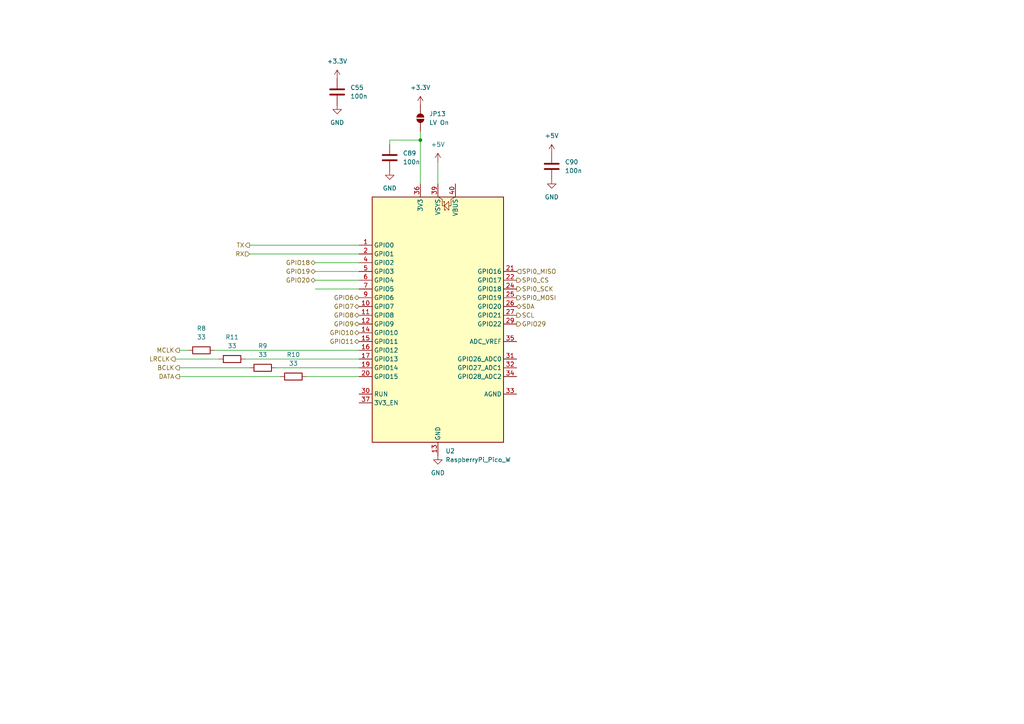
<source format=kicad_sch>
(kicad_sch (version 20231120) (generator "eeschema") (generator_version "8.0")
  (paper "A4")
  (lib_symbols
    (symbol "Device:C" (pin_numbers hide) (pin_names (offset 0.254))
      (property "Reference" "C" (at 0.635 2.54 0))
      (property "Value" "C" (at 0.635 -2.54 0))
      (symbol "C_0_1"
        (polyline (pts (xy -2.032 -0.762) (xy 2.032 -0.762)) (stroke (width 0.508)))
        (polyline (pts (xy -2.032 0.762) (xy 2.032 0.762)) (stroke (width 0.508)))
      )
      (symbol "C_1_1"
        (pin passive line (at 0 3.81 270) (length 2.794) (name "~") (number "1"))
        (pin passive line (at 0 -3.81 90) (length 2.794) (name "~") (number "2"))
      )
    )
    (symbol "Device:R" (pin_numbers hide) (pin_names (offset 0))
      (property "Reference" "R" (at 2.032 0 90))
      (property "Value" "R" (at 0 0 90))
      (symbol "R_0_1"
        (rectangle (start -1.016 -2.54) (end 1.016 2.54) (stroke (width 0.254)))
      )
      (symbol "R_1_1"
        (pin passive line (at 0 3.81 270) (length 1.27) (name "~") (number "1"))
        (pin passive line (at 0 -3.81 90) (length 1.27) (name "~") (number "2"))
      )
    )
    (symbol "Jumper:SolderJumper_2_Open" (pin_numbers hide) (pin_names (offset 0) hide) (exclude_from_sim yes) (in_bom no)
      (property "Reference" "JP" (at 0 2.032 0))
      (property "Value" "SolderJumper_2_Open" (at 0 -2.54 0))
      (symbol "SolderJumper_2_Open_0_1"
        (arc (start -0.254 1.016) (mid -1.2656 0) (end -0.254 -1.016))
        (arc (start -0.254 1.016) (mid -1.2656 0) (end -0.254 -1.016) (fill (type outline)))
        (polyline (pts (xy -0.254 1.016) (xy -0.254 -1.016)))
        (polyline (pts (xy 0.254 1.016) (xy 0.254 -1.016)))
        (arc (start 0.254 -1.016) (mid 1.2656 0) (end 0.254 1.016))
        (arc (start 0.254 -1.016) (mid 1.2656 0) (end 0.254 1.016) (fill (type outline)))
      )
      (symbol "SolderJumper_2_Open_1_1"
        (pin passive line (at -3.81 0 0) (length 2.54) (name "A") (number "1"))
        (pin passive line (at 3.81 0 180) (length 2.54) (name "B") (number "2"))
      )
    )
    (symbol "pipico:RaspberryPi_Pico_W"
      (property "Reference" "U" (at -19.05 38.1 0))
      (property "Value" "RaspberryPi_Pico_W" (at 7.62 38.1 0))
      (symbol "RaspberryPi_Pico_W_0_1"
        (rectangle (start -19.05 36.83) (end 19.05 -34.29) (stroke (width 0.254)) (fill (type background)))
        (polyline (pts (xy 0 36.83) (xy 1.27 36.195) (xy 1.27 34.29) (xy 1.905 34.29)))
        (polyline (pts (xy 1.905 34.29) (xy 3.175 35.56) (xy 3.175 33.02) (xy 1.905 34.29)))
        (polyline (pts (xy 5.08 36.83) (xy 3.81 36.195) (xy 3.81 34.29) (xy 3.175 34.29)))
        (polyline (pts (xy 1.651 35.306) (xy 1.651 35.56) (xy 1.905 35.56) (xy 1.905 33.02) (xy 2.159 33.02) (xy 2.159 33.274)))
      )
      (symbol "RaspberryPi_Pico_W_1_1"
        (pin bidirectional line (at -22.86 22.86 0) (length 3.81) (name "GPIO0") (number "1"))
        (pin bidirectional line (at -22.86 5.08 0) (length 3.81) (name "GPIO7") (number "10"))
        (pin bidirectional line (at -22.86 2.54 0) (length 3.81) (name "GPIO8") (number "11"))
        (pin bidirectional line (at -22.86 0 0) (length 3.81) (name "GPIO9") (number "12"))
        (pin power_out line (at 0 -38.1 90) (length 3.81) (name "GND") (number "13"))
        (pin bidirectional line (at -22.86 -2.54 0) (length 3.81) (name "GPIO10") (number "14"))
        (pin bidirectional line (at -22.86 -5.08 0) (length 3.81) (name "GPIO11") (number "15"))
        (pin bidirectional line (at -22.86 -7.62 0) (length 3.81) (name "GPIO12") (number "16"))
        (pin bidirectional line (at -22.86 -10.16 0) (length 3.81) (name "GPIO13") (number "17"))
        (pin passive line (at 0 -38.1 90) (length 3.81) hide (name "GND") (number "18"))
        (pin bidirectional line (at -22.86 -12.7 0) (length 3.81) (name "GPIO14") (number "19"))
        (pin bidirectional line (at -22.86 20.32 0) (length 3.81) (name "GPIO1") (number "2"))
        (pin bidirectional line (at -22.86 -15.24 0) (length 3.81) (name "GPIO15") (number "20"))
        (pin bidirectional line (at 22.86 15.24 180) (length 3.81) (name "GPIO16") (number "21"))
        (pin bidirectional line (at 22.86 12.7 180) (length 3.81) (name "GPIO17") (number "22"))
        (pin passive line (at 0 -38.1 90) (length 3.81) hide (name "GND") (number "23"))
        (pin bidirectional line (at 22.86 10.16 180) (length 3.81) (name "GPIO18") (number "24"))
        (pin bidirectional line (at 22.86 7.62 180) (length 3.81) (name "GPIO19") (number "25"))
        (pin bidirectional line (at 22.86 5.08 180) (length 3.81) (name "GPIO20") (number "26"))
        (pin bidirectional line (at 22.86 2.54 180) (length 3.81) (name "GPIO21") (number "27"))
        (pin passive line (at 0 -38.1 90) (length 3.81) hide (name "GND") (number "28"))
        (pin bidirectional line (at 22.86 0 180) (length 3.81) (name "GPIO22") (number "29"))
        (pin passive line (at 0 -38.1 90) (length 3.81) hide (name "GND") (number "3"))
        (pin input line (at -22.86 -20.32 0) (length 3.81) (name "RUN") (number "30"))
        (pin bidirectional line (at 22.86 -10.16 180) (length 3.81) (name "GPIO26_ADC0") (number "31"))
        (pin bidirectional line (at 22.86 -12.7 180) (length 3.81) (name "GPIO27_ADC1") (number "32"))
        (pin power_in line (at 22.86 -20.32 180) (length 3.81) (name "AGND") (number "33"))
        (pin bidirectional line (at 22.86 -15.24 180) (length 3.81) (name "GPIO28_ADC2") (number "34"))
        (pin power_in line (at 22.86 -5.08 180) (length 3.81) (name "ADC_VREF") (number "35"))
        (pin power_out line (at -5.08 40.64 270) (length 3.81) (name "3V3") (number "36"))
        (pin input line (at -22.86 -22.86 0) (length 3.81) (name "3V3_EN") (number "37"))
        (pin passive line (at 0 -38.1 90) (length 3.81) hide (name "GND") (number "38"))
        (pin power_in line (at 0 40.64 270) (length 3.81) (name "VSYS") (number "39"))
        (pin bidirectional line (at -22.86 17.78 0) (length 3.81) (name "GPIO2") (number "4"))
        (pin power_out line (at 5.08 40.64 270) (length 3.81) (name "VBUS") (number "40"))
        (pin bidirectional line (at -22.86 15.24 0) (length 3.81) (name "GPIO3") (number "5"))
        (pin bidirectional line (at -22.86 12.7 0) (length 3.81) (name "GPIO4") (number "6"))
        (pin bidirectional line (at -22.86 10.16 0) (length 3.81) (name "GPIO5") (number "7"))
        (pin passive line (at 0 -38.1 90) (length 3.81) hide (name "GND") (number "8"))
        (pin bidirectional line (at -22.86 7.62 0) (length 3.81) (name "GPIO6") (number "9"))
      )
    )
    (symbol "power:+3.3V" (power) (pin_numbers hide) (pin_names (offset 0) hide)
      (property "Value" "+3.3V" (at 0 3.556 0))
      (symbol "+3.3V_0_1"
        (polyline (pts (xy -0.762 1.27) (xy 0 2.54)))
        (polyline (pts (xy 0 0) (xy 0 2.54)))
        (polyline (pts (xy 0 2.54) (xy 0.762 1.27)))
      )
      (symbol "+3.3V_1_1"
        (pin power_in line (at 0 0 90) (length 0) (name "~") (number "1"))
      )
    )
    (symbol "power:+5V" (power) (pin_numbers hide) (pin_names (offset 0) hide)
      (property "Value" "+5V" (at 0 3.556 0))
      (symbol "+5V_0_1"
        (polyline (pts (xy -0.762 1.27) (xy 0 2.54)))
        (polyline (pts (xy 0 0) (xy 0 2.54)))
        (polyline (pts (xy 0 2.54) (xy 0.762 1.27)))
      )
      (symbol "+5V_1_1"
        (pin power_in line (at 0 0 90) (length 0) (name "~") (number "1"))
      )
    )
    (symbol "power:GND" (power) (pin_numbers hide) (pin_names (offset 0) hide)
      (property "Value" "GND" (at 0 -3.81 0))
      (symbol "GND_0_1"
        (polyline (pts (xy 0 0) (xy 0 -1.27) (xy 1.27 -1.27) (xy 0 -2.54) (xy -1.27 -1.27) (xy 0 -1.27)))
      )
      (symbol "GND_1_1"
        (pin power_in line (at 0 0 270) (length 0) (name "~") (number "1"))
      )
    )
  )
  (junction (at 121.92 40.64))
  (wire (pts (xy 121.92 40.64) (xy 121.92 53.34)))
  (wire (pts (xy 52.07 106.68) (xy 72.39 106.68)))
  (wire (pts (xy 121.92 38.1) (xy 121.92 40.64)))
  (wire (pts (xy 80.01 106.68) (xy 104.14 106.68)))
  (wire (pts (xy 88.9 109.22) (xy 104.14 109.22)))
  (wire (pts (xy 127 46.99) (xy 127 53.34)))
  (wire (pts (xy 52.07 109.22) (xy 81.28 109.22)))
  (wire (pts (xy 72.39 73.66) (xy 104.14 73.66)))
  (wire (pts (xy 91.44 76.2) (xy 104.14 76.2)))
  (wire (pts (xy 91.44 83.82) (xy 104.14 83.82)))
  (wire (pts (xy 52.07 101.6) (xy 54.61 101.6)))
  (wire (pts (xy 72.39 71.12) (xy 104.14 71.12)))
  (wire (pts (xy 113.03 41.91) (xy 113.03 40.64)))
  (wire (pts (xy 50.8 104.14) (xy 63.5 104.14)))
  (wire (pts (xy 113.03 40.64) (xy 121.92 40.64)))
  (wire (pts (xy 71.12 104.14) (xy 104.14 104.14)))
  (wire (pts (xy 91.44 78.74) (xy 104.14 78.74)))
  (wire (pts (xy 62.23 101.6) (xy 104.14 101.6)))
  (wire (pts (xy 91.44 81.28) (xy 104.14 81.28)))
  (hierarchical_label "SPI0_SCK" (shape output) (at 149.86 83.82 0))
  (hierarchical_label "GPIO9" (shape bidirectional) (at 104.14 93.98 180))
  (hierarchical_label "LRCLK" (shape output) (at 50.8 104.14 180))
  (hierarchical_label "SCL" (shape output) (at 149.86 91.44 0))
  (hierarchical_label "SPI0_MISO" (shape input) (at 149.86 78.74 0))
  (hierarchical_label "GPIO19" (shape bidirectional) (at 91.44 78.74 180))
  (hierarchical_label "GPIO20" (shape bidirectional) (at 91.44 81.28 180))
  (hierarchical_label "SDA" (shape bidirectional) (at 149.86 88.9 0))
  (hierarchical_label "GPIO29" (shape output) (at 149.86 93.98 0))
  (hierarchical_label "GPIO7" (shape bidirectional) (at 104.14 88.9 180))
  (hierarchical_label "RX" (shape input) (at 72.39 73.66 180))
  (hierarchical_label "MCLK" (shape output) (at 52.07 101.6 180))
  (hierarchical_label "SPI0_MOSI" (shape output) (at 149.86 86.36 0))
  (hierarchical_label "GPIO6" (shape bidirectional) (at 104.14 86.36 180))
  (hierarchical_label "GPIO11" (shape bidirectional) (at 104.14 99.06 180))
  (hierarchical_label "TX" (shape output) (at 72.39 71.12 180))
  (hierarchical_label "DATA" (shape output) (at 52.07 109.22 180))
  (hierarchical_label "GPIO18" (shape bidirectional) (at 91.44 76.2 180))
  (hierarchical_label "BCLK" (shape output) (at 52.07 106.68 180))
  (hierarchical_label "SPI0_CS" (shape output) (at 149.86 81.28 0))
  (hierarchical_label "GPIO8" (shape bidirectional) (at 104.14 91.44 180))
  (hierarchical_label "GPIO10" (shape bidirectional) (at 104.14 96.52 180))
  (symbol (lib_id "Device:C") (at 160.02 48.26 0) (unit 1)
    (property "Reference" "C90" (at 163.83 46.9899 0) (effects (justify left)))
    (property "Value" "100n" (at 163.83 49.5299 0) (effects (justify left)))
    (property "Footprint" "Capacitor_SMD:C_0603_1608Metric" (effects (hide yes)))
    (property "Description" "Unpolarized capacitor" (effects (hide yes)))
  )
  (symbol (lib_id "power:GND") (at 160.02 52.07 0) (unit 1)
    (property "Reference" "#PWR053" (effects (hide yes)))
    (property "Value" "GND" (at 160.02 57.15 0))
    (property "Description" "Power symbol creates a global label with name \"GND\" , ground" (effects (hide yes)))
  )
  (symbol (lib_id "Device:R") (at 67.31 104.14 90) (unit 1)
    (property "Reference" "R11" (at 67.31 97.79 90))
    (property "Value" "33" (at 67.31 100.33 90))
    (property "Footprint" "Resistor_SMD:R_0402_1005Metric" (effects (hide yes)))
    (property "Description" "Resistor" (effects (hide yes)))
  )
  (symbol (lib_id "power:+3.3V") (at 97.79 22.86 0) (unit 1)
    (property "Reference" "#PWR078" (effects (hide yes)))
    (property "Value" "+3.3V" (at 97.79 17.78 0))
    (property "Description" "Power symbol creates a global label with name \"+3.3V\"" (effects (hide yes)))
  )
  (symbol (lib_id "power:+5V") (at 160.02 44.45 0) (unit 1)
    (property "Reference" "#PWR055" (effects (hide yes)))
    (property "Value" "+5V" (at 160.02 39.37 0))
    (property "Description" "Power symbol creates a global label with name \"+5V\"" (effects (hide yes)))
  )
  (symbol (lib_id "Device:R") (at 58.42 101.6 90) (unit 1)
    (property "Reference" "R8" (at 58.42 95.25 90))
    (property "Value" "33" (at 58.42 97.79 90))
    (property "Footprint" "Resistor_SMD:R_0402_1005Metric" (effects (hide yes)))
    (property "Description" "Resistor" (effects (hide yes)))
  )
  (symbol (lib_id "power:GND") (at 113.03 49.53 0) (unit 1)
    (property "Reference" "#PWR047" (effects (hide yes)))
    (property "Value" "GND" (at 113.03 54.61 0))
    (property "Description" "Power symbol creates a global label with name \"GND\" , ground" (effects (hide yes)))
  )
  (symbol (lib_id "Device:C") (at 113.03 45.72 0) (unit 1)
    (property "Reference" "C89" (at 116.84 44.4499 0) (effects (justify left)))
    (property "Value" "100n" (at 116.84 46.9899 0) (effects (justify left)))
    (property "Footprint" "Capacitor_SMD:C_0603_1608Metric" (effects (hide yes)))
    (property "Description" "Unpolarized capacitor" (effects (hide yes)))
  )
  (symbol (lib_id "Device:R") (at 85.09 109.22 90) (unit 1)
    (property "Reference" "R10" (at 85.09 102.87 90))
    (property "Value" "33" (at 85.09 105.41 90))
    (property "Footprint" "Resistor_SMD:R_0402_1005Metric" (effects (hide yes)))
    (property "Description" "Resistor" (effects (hide yes)))
  )
  (symbol (lib_id "Device:C") (at 97.79 26.67 0) (unit 1)
    (property "Reference" "C55" (at 101.6 25.3999 0) (effects (justify left)))
    (property "Value" "100n" (at 101.6 27.9399 0) (effects (justify left)))
    (property "Footprint" "Capacitor_SMD:C_0603_1608Metric" (effects (hide yes)))
    (property "Description" "Unpolarized capacitor" (effects (hide yes)))
  )
  (symbol (lib_id "Device:R") (at 76.2 106.68 90) (unit 1)
    (property "Reference" "R9" (at 76.2 100.33 90))
    (property "Value" "33" (at 76.2 102.87 90))
    (property "Footprint" "Resistor_SMD:R_0402_1005Metric" (effects (hide yes)))
    (property "Description" "Resistor" (effects (hide yes)))
  )
  (symbol (lib_id "power:GND") (at 127 132.08 0) (unit 1)
    (property "Reference" "#PWR0119" (effects (hide yes)))
    (property "Value" "GND" (at 127 137.16 0))
    (property "Description" "Power symbol creates a global label with name \"GND\" , ground" (effects (hide yes)))
  )
  (symbol (lib_id "Jumper:SolderJumper_2_Open") (at 121.92 34.29 90) (unit 1) (exclude_from_sim yes) (in_bom no)
    (property "Reference" "JP13" (at 124.46 33.0199 90) (effects (justify right)))
    (property "Value" "LV On" (at 124.46 35.5599 90) (effects (justify right)))
    (property "Footprint" "Jumper:SolderJumper-2_P1.3mm_Open_RoundedPad1.0x1.5mm" (effects (hide yes)))
    (property "Description" "Solder Jumper, 2-pole, open" (effects (hide yes)))
  )
  (symbol (lib_id "power:GND") (at 97.79 30.48 0) (unit 1)
    (property "Reference" "#PWR079" (effects (hide yes)))
    (property "Value" "GND" (at 97.79 35.56 0))
    (property "Description" "Power symbol creates a global label with name \"GND\" , ground" (effects (hide yes)))
  )
  (symbol (lib_id "pipico:RaspberryPi_Pico_W") (at 127 93.98 0) (unit 1)
    (property "Reference" "U2" (at 129.1941 130.81 0) (effects (justify left)))
    (property "Value" "RaspberryPi_Pico_W" (at 129.1941 133.35 0) (effects (justify left)))
    (property "Footprint" "pipico_reduced:RaspberryPi_Pico_Common_THT_nokeepout" (effects (hide yes)))
    (property "Datasheet" "https://datasheets.raspberrypi.com/picow/pico-w-datasheet.pdf" (effects (hide yes)))
    (property "Description" "Versatile and inexpensive wireless microcontroller module powered by RP2040 dual-core Arm Cortex-M0+ processor up to 133 MHz, 264kB SRAM, 2MB QSPI flash, Infineon CYW43439 2.4GHz 802.11n wireless LAN" (effects (hide yes)))
  )
  (symbol (lib_id "power:+5V") (at 127 46.99 0) (unit 1)
    (property "Reference" "#PWR045" (effects (hide yes)))
    (property "Value" "+5V" (at 127 41.91 0))
    (property "Description" "Power symbol creates a global label with name \"+5V\"" (effects (hide yes)))
  )
  (symbol (lib_id "power:+3.3V") (at 121.92 30.48 0) (unit 1)
    (property "Reference" "#PWR046" (effects (hide yes)))
    (property "Value" "+3.3V" (at 121.92 25.4 0))
    (property "Description" "Power symbol creates a global label with name \"+3.3V\"" (effects (hide yes)))
  )
)
</source>
